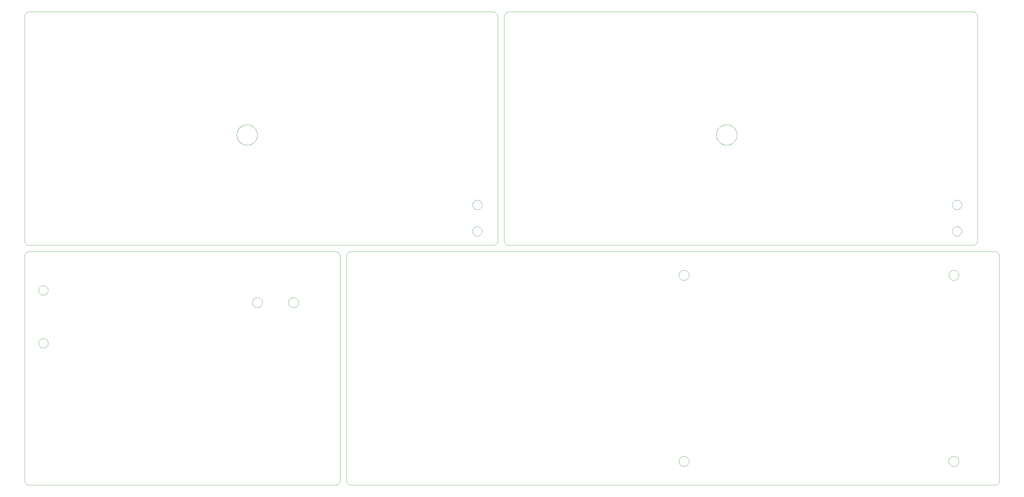
<source format=gko>
G75*
G70*
%OFA0B0*%
%FSLAX24Y24*%
%IPPOS*%
%LPD*%
%AMOC8*
5,1,8,0,0,1.08239X$1,22.5*
%
%ADD10C,0.0039*%
%ADD11C,0.0000*%
D10*
X005087Y003472D02*
X043276Y003472D01*
X043322Y003474D01*
X043368Y003479D01*
X043414Y003488D01*
X043459Y003501D01*
X043502Y003517D01*
X043544Y003536D01*
X043585Y003559D01*
X043623Y003585D01*
X043660Y003614D01*
X043694Y003645D01*
X043725Y003679D01*
X043754Y003716D01*
X043780Y003754D01*
X043803Y003795D01*
X043822Y003837D01*
X043838Y003880D01*
X043851Y003925D01*
X043860Y003971D01*
X043865Y004017D01*
X043867Y004063D01*
X043866Y004063D02*
X043866Y032015D01*
X043867Y032015D02*
X043865Y032061D01*
X043860Y032107D01*
X043851Y032153D01*
X043838Y032198D01*
X043822Y032241D01*
X043803Y032283D01*
X043780Y032324D01*
X043754Y032362D01*
X043725Y032399D01*
X043694Y032433D01*
X043660Y032464D01*
X043623Y032493D01*
X043585Y032519D01*
X043544Y032542D01*
X043502Y032561D01*
X043459Y032577D01*
X043414Y032590D01*
X043368Y032599D01*
X043322Y032604D01*
X043276Y032606D01*
X005087Y032606D01*
X005041Y032604D01*
X004995Y032599D01*
X004949Y032590D01*
X004904Y032577D01*
X004861Y032561D01*
X004819Y032542D01*
X004778Y032519D01*
X004740Y032493D01*
X004703Y032464D01*
X004669Y032433D01*
X004638Y032399D01*
X004609Y032362D01*
X004583Y032324D01*
X004560Y032283D01*
X004541Y032241D01*
X004525Y032198D01*
X004512Y032153D01*
X004503Y032107D01*
X004498Y032061D01*
X004496Y032015D01*
X004496Y004063D01*
X004498Y004017D01*
X004503Y003971D01*
X004512Y003925D01*
X004525Y003880D01*
X004541Y003837D01*
X004560Y003795D01*
X004583Y003754D01*
X004609Y003716D01*
X004638Y003679D01*
X004669Y003645D01*
X004703Y003614D01*
X004740Y003585D01*
X004778Y003559D01*
X004819Y003536D01*
X004861Y003517D01*
X004904Y003501D01*
X004949Y003488D01*
X004995Y003479D01*
X005041Y003474D01*
X005087Y003472D01*
X044654Y004063D02*
X044654Y032015D01*
X044653Y032015D02*
X044655Y032061D01*
X044660Y032107D01*
X044669Y032153D01*
X044682Y032198D01*
X044698Y032241D01*
X044717Y032283D01*
X044740Y032324D01*
X044766Y032362D01*
X044795Y032399D01*
X044826Y032433D01*
X044860Y032464D01*
X044897Y032493D01*
X044935Y032519D01*
X044976Y032542D01*
X045018Y032561D01*
X045061Y032577D01*
X045106Y032590D01*
X045152Y032599D01*
X045198Y032604D01*
X045244Y032606D01*
X125559Y032606D01*
X125605Y032604D01*
X125651Y032599D01*
X125697Y032590D01*
X125742Y032577D01*
X125785Y032561D01*
X125827Y032542D01*
X125868Y032519D01*
X125906Y032493D01*
X125943Y032464D01*
X125977Y032433D01*
X126008Y032399D01*
X126037Y032362D01*
X126063Y032324D01*
X126086Y032283D01*
X126105Y032241D01*
X126121Y032198D01*
X126134Y032153D01*
X126143Y032107D01*
X126148Y032061D01*
X126150Y032015D01*
X126150Y004063D01*
X126148Y004017D01*
X126143Y003971D01*
X126134Y003925D01*
X126121Y003880D01*
X126105Y003837D01*
X126086Y003795D01*
X126063Y003754D01*
X126037Y003716D01*
X126008Y003679D01*
X125977Y003645D01*
X125943Y003614D01*
X125906Y003585D01*
X125868Y003559D01*
X125827Y003536D01*
X125785Y003517D01*
X125742Y003501D01*
X125697Y003488D01*
X125651Y003479D01*
X125605Y003474D01*
X125559Y003472D01*
X045244Y003472D01*
X045198Y003474D01*
X045152Y003479D01*
X045106Y003488D01*
X045061Y003501D01*
X045018Y003517D01*
X044976Y003536D01*
X044935Y003559D01*
X044897Y003585D01*
X044860Y003614D01*
X044826Y003645D01*
X044795Y003679D01*
X044766Y003716D01*
X044740Y003754D01*
X044717Y003795D01*
X044698Y003837D01*
X044682Y003880D01*
X044669Y003925D01*
X044660Y003971D01*
X044655Y004017D01*
X044653Y004063D01*
X062961Y033393D02*
X005087Y033393D01*
X005041Y033395D01*
X004995Y033400D01*
X004949Y033409D01*
X004904Y033422D01*
X004861Y033438D01*
X004819Y033457D01*
X004778Y033480D01*
X004740Y033506D01*
X004703Y033535D01*
X004669Y033566D01*
X004638Y033600D01*
X004609Y033637D01*
X004583Y033675D01*
X004560Y033716D01*
X004541Y033758D01*
X004525Y033801D01*
X004512Y033846D01*
X004503Y033892D01*
X004498Y033938D01*
X004496Y033984D01*
X004496Y061937D01*
X004498Y061983D01*
X004503Y062029D01*
X004512Y062075D01*
X004525Y062120D01*
X004541Y062163D01*
X004560Y062205D01*
X004583Y062246D01*
X004609Y062284D01*
X004638Y062321D01*
X004669Y062355D01*
X004703Y062386D01*
X004740Y062415D01*
X004778Y062441D01*
X004819Y062464D01*
X004861Y062483D01*
X004904Y062499D01*
X004949Y062512D01*
X004995Y062521D01*
X005041Y062526D01*
X005087Y062528D01*
X005087Y062527D02*
X062961Y062527D01*
X062961Y062528D02*
X063007Y062526D01*
X063053Y062521D01*
X063099Y062512D01*
X063144Y062499D01*
X063187Y062483D01*
X063229Y062464D01*
X063270Y062441D01*
X063308Y062415D01*
X063345Y062386D01*
X063379Y062355D01*
X063410Y062321D01*
X063439Y062284D01*
X063465Y062246D01*
X063488Y062205D01*
X063507Y062163D01*
X063523Y062120D01*
X063536Y062075D01*
X063545Y062029D01*
X063550Y061983D01*
X063552Y061937D01*
X063551Y061937D02*
X063551Y033984D01*
X063552Y033984D02*
X063550Y033938D01*
X063545Y033892D01*
X063536Y033846D01*
X063523Y033801D01*
X063507Y033758D01*
X063488Y033716D01*
X063465Y033675D01*
X063439Y033637D01*
X063410Y033600D01*
X063379Y033566D01*
X063345Y033535D01*
X063308Y033506D01*
X063270Y033480D01*
X063229Y033457D01*
X063187Y033438D01*
X063144Y033422D01*
X063099Y033409D01*
X063053Y033400D01*
X063007Y033395D01*
X062961Y033393D01*
X064339Y033984D02*
X064339Y061937D01*
X064338Y061937D02*
X064340Y061983D01*
X064345Y062029D01*
X064354Y062075D01*
X064367Y062120D01*
X064383Y062163D01*
X064402Y062205D01*
X064425Y062246D01*
X064451Y062284D01*
X064480Y062321D01*
X064511Y062355D01*
X064545Y062386D01*
X064582Y062415D01*
X064620Y062441D01*
X064661Y062464D01*
X064703Y062483D01*
X064746Y062499D01*
X064791Y062512D01*
X064837Y062521D01*
X064883Y062526D01*
X064929Y062528D01*
X064929Y062527D02*
X122803Y062527D01*
X122803Y062528D02*
X122849Y062526D01*
X122895Y062521D01*
X122941Y062512D01*
X122986Y062499D01*
X123029Y062483D01*
X123071Y062464D01*
X123112Y062441D01*
X123150Y062415D01*
X123187Y062386D01*
X123221Y062355D01*
X123252Y062321D01*
X123281Y062284D01*
X123307Y062246D01*
X123330Y062205D01*
X123349Y062163D01*
X123365Y062120D01*
X123378Y062075D01*
X123387Y062029D01*
X123392Y061983D01*
X123394Y061937D01*
X123394Y033984D01*
X123392Y033938D01*
X123387Y033892D01*
X123378Y033846D01*
X123365Y033801D01*
X123349Y033758D01*
X123330Y033716D01*
X123307Y033675D01*
X123281Y033637D01*
X123252Y033600D01*
X123221Y033566D01*
X123187Y033535D01*
X123150Y033506D01*
X123112Y033480D01*
X123071Y033457D01*
X123029Y033438D01*
X122986Y033422D01*
X122941Y033409D01*
X122895Y033400D01*
X122849Y033395D01*
X122803Y033393D01*
X064929Y033393D01*
X064883Y033395D01*
X064837Y033400D01*
X064791Y033409D01*
X064746Y033422D01*
X064703Y033438D01*
X064661Y033457D01*
X064620Y033480D01*
X064582Y033506D01*
X064545Y033535D01*
X064511Y033566D01*
X064480Y033600D01*
X064451Y033637D01*
X064425Y033675D01*
X064402Y033716D01*
X064383Y033758D01*
X064367Y033801D01*
X064354Y033846D01*
X064345Y033892D01*
X064340Y033938D01*
X064338Y033984D01*
D11*
X060398Y035140D02*
X060400Y035188D01*
X060406Y035236D01*
X060416Y035283D01*
X060429Y035329D01*
X060447Y035374D01*
X060467Y035418D01*
X060492Y035460D01*
X060520Y035499D01*
X060550Y035536D01*
X060584Y035570D01*
X060621Y035602D01*
X060659Y035631D01*
X060700Y035656D01*
X060743Y035678D01*
X060788Y035696D01*
X060834Y035710D01*
X060881Y035721D01*
X060929Y035728D01*
X060977Y035731D01*
X061025Y035730D01*
X061073Y035725D01*
X061121Y035716D01*
X061167Y035704D01*
X061212Y035687D01*
X061256Y035667D01*
X061298Y035644D01*
X061338Y035617D01*
X061376Y035587D01*
X061411Y035554D01*
X061443Y035518D01*
X061473Y035480D01*
X061499Y035439D01*
X061521Y035396D01*
X061541Y035352D01*
X061556Y035307D01*
X061568Y035260D01*
X061576Y035212D01*
X061580Y035164D01*
X061580Y035116D01*
X061576Y035068D01*
X061568Y035020D01*
X061556Y034973D01*
X061541Y034928D01*
X061521Y034884D01*
X061499Y034841D01*
X061473Y034800D01*
X061443Y034762D01*
X061411Y034726D01*
X061376Y034693D01*
X061338Y034663D01*
X061298Y034636D01*
X061256Y034613D01*
X061212Y034593D01*
X061167Y034576D01*
X061121Y034564D01*
X061073Y034555D01*
X061025Y034550D01*
X060977Y034549D01*
X060929Y034552D01*
X060881Y034559D01*
X060834Y034570D01*
X060788Y034584D01*
X060743Y034602D01*
X060700Y034624D01*
X060659Y034649D01*
X060621Y034678D01*
X060584Y034710D01*
X060550Y034744D01*
X060520Y034781D01*
X060492Y034820D01*
X060467Y034862D01*
X060447Y034906D01*
X060429Y034951D01*
X060416Y034997D01*
X060406Y035044D01*
X060400Y035092D01*
X060398Y035140D01*
X060398Y038447D02*
X060400Y038495D01*
X060406Y038543D01*
X060416Y038590D01*
X060429Y038636D01*
X060447Y038681D01*
X060467Y038725D01*
X060492Y038767D01*
X060520Y038806D01*
X060550Y038843D01*
X060584Y038877D01*
X060621Y038909D01*
X060659Y038938D01*
X060700Y038963D01*
X060743Y038985D01*
X060788Y039003D01*
X060834Y039017D01*
X060881Y039028D01*
X060929Y039035D01*
X060977Y039038D01*
X061025Y039037D01*
X061073Y039032D01*
X061121Y039023D01*
X061167Y039011D01*
X061212Y038994D01*
X061256Y038974D01*
X061298Y038951D01*
X061338Y038924D01*
X061376Y038894D01*
X061411Y038861D01*
X061443Y038825D01*
X061473Y038787D01*
X061499Y038746D01*
X061521Y038703D01*
X061541Y038659D01*
X061556Y038614D01*
X061568Y038567D01*
X061576Y038519D01*
X061580Y038471D01*
X061580Y038423D01*
X061576Y038375D01*
X061568Y038327D01*
X061556Y038280D01*
X061541Y038235D01*
X061521Y038191D01*
X061499Y038148D01*
X061473Y038107D01*
X061443Y038069D01*
X061411Y038033D01*
X061376Y038000D01*
X061338Y037970D01*
X061298Y037943D01*
X061256Y037920D01*
X061212Y037900D01*
X061167Y037883D01*
X061121Y037871D01*
X061073Y037862D01*
X061025Y037857D01*
X060977Y037856D01*
X060929Y037859D01*
X060881Y037866D01*
X060834Y037877D01*
X060788Y037891D01*
X060743Y037909D01*
X060700Y037931D01*
X060659Y037956D01*
X060621Y037985D01*
X060584Y038017D01*
X060550Y038051D01*
X060520Y038088D01*
X060492Y038127D01*
X060467Y038169D01*
X060447Y038213D01*
X060429Y038258D01*
X060416Y038304D01*
X060406Y038351D01*
X060400Y038399D01*
X060398Y038447D01*
X037426Y026246D02*
X037428Y026296D01*
X037434Y026346D01*
X037444Y026395D01*
X037458Y026443D01*
X037475Y026490D01*
X037496Y026535D01*
X037521Y026579D01*
X037549Y026620D01*
X037581Y026659D01*
X037615Y026696D01*
X037652Y026730D01*
X037692Y026760D01*
X037734Y026787D01*
X037778Y026811D01*
X037824Y026832D01*
X037871Y026848D01*
X037919Y026861D01*
X037969Y026870D01*
X038018Y026875D01*
X038069Y026876D01*
X038119Y026873D01*
X038168Y026866D01*
X038217Y026855D01*
X038265Y026840D01*
X038311Y026822D01*
X038356Y026800D01*
X038399Y026774D01*
X038440Y026745D01*
X038479Y026713D01*
X038515Y026678D01*
X038547Y026640D01*
X038577Y026600D01*
X038604Y026557D01*
X038627Y026513D01*
X038646Y026467D01*
X038662Y026419D01*
X038674Y026370D01*
X038682Y026321D01*
X038686Y026271D01*
X038686Y026221D01*
X038682Y026171D01*
X038674Y026122D01*
X038662Y026073D01*
X038646Y026025D01*
X038627Y025979D01*
X038604Y025935D01*
X038577Y025892D01*
X038547Y025852D01*
X038515Y025814D01*
X038479Y025779D01*
X038440Y025747D01*
X038399Y025718D01*
X038356Y025692D01*
X038311Y025670D01*
X038265Y025652D01*
X038217Y025637D01*
X038168Y025626D01*
X038119Y025619D01*
X038069Y025616D01*
X038018Y025617D01*
X037969Y025622D01*
X037919Y025631D01*
X037871Y025644D01*
X037824Y025660D01*
X037778Y025681D01*
X037734Y025705D01*
X037692Y025732D01*
X037652Y025762D01*
X037615Y025796D01*
X037581Y025833D01*
X037549Y025872D01*
X037521Y025913D01*
X037496Y025957D01*
X037475Y026002D01*
X037458Y026049D01*
X037444Y026097D01*
X037434Y026146D01*
X037428Y026196D01*
X037426Y026246D01*
X032926Y026246D02*
X032928Y026296D01*
X032934Y026346D01*
X032944Y026395D01*
X032958Y026443D01*
X032975Y026490D01*
X032996Y026535D01*
X033021Y026579D01*
X033049Y026620D01*
X033081Y026659D01*
X033115Y026696D01*
X033152Y026730D01*
X033192Y026760D01*
X033234Y026787D01*
X033278Y026811D01*
X033324Y026832D01*
X033371Y026848D01*
X033419Y026861D01*
X033469Y026870D01*
X033518Y026875D01*
X033569Y026876D01*
X033619Y026873D01*
X033668Y026866D01*
X033717Y026855D01*
X033765Y026840D01*
X033811Y026822D01*
X033856Y026800D01*
X033899Y026774D01*
X033940Y026745D01*
X033979Y026713D01*
X034015Y026678D01*
X034047Y026640D01*
X034077Y026600D01*
X034104Y026557D01*
X034127Y026513D01*
X034146Y026467D01*
X034162Y026419D01*
X034174Y026370D01*
X034182Y026321D01*
X034186Y026271D01*
X034186Y026221D01*
X034182Y026171D01*
X034174Y026122D01*
X034162Y026073D01*
X034146Y026025D01*
X034127Y025979D01*
X034104Y025935D01*
X034077Y025892D01*
X034047Y025852D01*
X034015Y025814D01*
X033979Y025779D01*
X033940Y025747D01*
X033899Y025718D01*
X033856Y025692D01*
X033811Y025670D01*
X033765Y025652D01*
X033717Y025637D01*
X033668Y025626D01*
X033619Y025619D01*
X033569Y025616D01*
X033518Y025617D01*
X033469Y025622D01*
X033419Y025631D01*
X033371Y025644D01*
X033324Y025660D01*
X033278Y025681D01*
X033234Y025705D01*
X033192Y025732D01*
X033152Y025762D01*
X033115Y025796D01*
X033081Y025833D01*
X033049Y025872D01*
X033021Y025913D01*
X032996Y025957D01*
X032975Y026002D01*
X032958Y026049D01*
X032944Y026097D01*
X032934Y026146D01*
X032928Y026196D01*
X032926Y026246D01*
X006250Y027772D02*
X006252Y027820D01*
X006258Y027868D01*
X006268Y027915D01*
X006281Y027961D01*
X006299Y028006D01*
X006319Y028050D01*
X006344Y028092D01*
X006372Y028131D01*
X006402Y028168D01*
X006436Y028202D01*
X006473Y028234D01*
X006511Y028263D01*
X006552Y028288D01*
X006595Y028310D01*
X006640Y028328D01*
X006686Y028342D01*
X006733Y028353D01*
X006781Y028360D01*
X006829Y028363D01*
X006877Y028362D01*
X006925Y028357D01*
X006973Y028348D01*
X007019Y028336D01*
X007064Y028319D01*
X007108Y028299D01*
X007150Y028276D01*
X007190Y028249D01*
X007228Y028219D01*
X007263Y028186D01*
X007295Y028150D01*
X007325Y028112D01*
X007351Y028071D01*
X007373Y028028D01*
X007393Y027984D01*
X007408Y027939D01*
X007420Y027892D01*
X007428Y027844D01*
X007432Y027796D01*
X007432Y027748D01*
X007428Y027700D01*
X007420Y027652D01*
X007408Y027605D01*
X007393Y027560D01*
X007373Y027516D01*
X007351Y027473D01*
X007325Y027432D01*
X007295Y027394D01*
X007263Y027358D01*
X007228Y027325D01*
X007190Y027295D01*
X007150Y027268D01*
X007108Y027245D01*
X007064Y027225D01*
X007019Y027208D01*
X006973Y027196D01*
X006925Y027187D01*
X006877Y027182D01*
X006829Y027181D01*
X006781Y027184D01*
X006733Y027191D01*
X006686Y027202D01*
X006640Y027216D01*
X006595Y027234D01*
X006552Y027256D01*
X006511Y027281D01*
X006473Y027310D01*
X006436Y027342D01*
X006402Y027376D01*
X006372Y027413D01*
X006344Y027452D01*
X006319Y027494D01*
X006299Y027538D01*
X006281Y027583D01*
X006268Y027629D01*
X006258Y027676D01*
X006252Y027724D01*
X006250Y027772D01*
X006250Y021158D02*
X006252Y021206D01*
X006258Y021254D01*
X006268Y021301D01*
X006281Y021347D01*
X006299Y021392D01*
X006319Y021436D01*
X006344Y021478D01*
X006372Y021517D01*
X006402Y021554D01*
X006436Y021588D01*
X006473Y021620D01*
X006511Y021649D01*
X006552Y021674D01*
X006595Y021696D01*
X006640Y021714D01*
X006686Y021728D01*
X006733Y021739D01*
X006781Y021746D01*
X006829Y021749D01*
X006877Y021748D01*
X006925Y021743D01*
X006973Y021734D01*
X007019Y021722D01*
X007064Y021705D01*
X007108Y021685D01*
X007150Y021662D01*
X007190Y021635D01*
X007228Y021605D01*
X007263Y021572D01*
X007295Y021536D01*
X007325Y021498D01*
X007351Y021457D01*
X007373Y021414D01*
X007393Y021370D01*
X007408Y021325D01*
X007420Y021278D01*
X007428Y021230D01*
X007432Y021182D01*
X007432Y021134D01*
X007428Y021086D01*
X007420Y021038D01*
X007408Y020991D01*
X007393Y020946D01*
X007373Y020902D01*
X007351Y020859D01*
X007325Y020818D01*
X007295Y020780D01*
X007263Y020744D01*
X007228Y020711D01*
X007190Y020681D01*
X007150Y020654D01*
X007108Y020631D01*
X007064Y020611D01*
X007019Y020594D01*
X006973Y020582D01*
X006925Y020573D01*
X006877Y020568D01*
X006829Y020567D01*
X006781Y020570D01*
X006733Y020577D01*
X006686Y020588D01*
X006640Y020602D01*
X006595Y020620D01*
X006552Y020642D01*
X006511Y020667D01*
X006473Y020696D01*
X006436Y020728D01*
X006402Y020762D01*
X006372Y020799D01*
X006344Y020838D01*
X006319Y020880D01*
X006299Y020924D01*
X006281Y020969D01*
X006268Y021015D01*
X006258Y021062D01*
X006252Y021110D01*
X006250Y021158D01*
X030972Y047173D02*
X030974Y047244D01*
X030980Y047315D01*
X030990Y047386D01*
X031004Y047455D01*
X031021Y047524D01*
X031043Y047592D01*
X031068Y047659D01*
X031097Y047724D01*
X031129Y047787D01*
X031165Y047849D01*
X031204Y047908D01*
X031247Y047965D01*
X031292Y048020D01*
X031341Y048072D01*
X031392Y048121D01*
X031446Y048167D01*
X031503Y048211D01*
X031561Y048251D01*
X031622Y048287D01*
X031685Y048321D01*
X031750Y048350D01*
X031816Y048376D01*
X031884Y048399D01*
X031952Y048417D01*
X032022Y048432D01*
X032092Y048443D01*
X032163Y048450D01*
X032234Y048453D01*
X032305Y048452D01*
X032376Y048447D01*
X032447Y048438D01*
X032517Y048425D01*
X032586Y048409D01*
X032654Y048388D01*
X032721Y048364D01*
X032787Y048336D01*
X032850Y048304D01*
X032912Y048269D01*
X032972Y048231D01*
X033030Y048189D01*
X033085Y048145D01*
X033138Y048097D01*
X033188Y048046D01*
X033235Y047993D01*
X033279Y047937D01*
X033320Y047879D01*
X033358Y047818D01*
X033392Y047756D01*
X033422Y047691D01*
X033449Y047626D01*
X033473Y047558D01*
X033492Y047490D01*
X033508Y047421D01*
X033520Y047350D01*
X033528Y047280D01*
X033532Y047209D01*
X033532Y047137D01*
X033528Y047066D01*
X033520Y046996D01*
X033508Y046925D01*
X033492Y046856D01*
X033473Y046788D01*
X033449Y046720D01*
X033422Y046655D01*
X033392Y046590D01*
X033358Y046528D01*
X033320Y046467D01*
X033279Y046409D01*
X033235Y046353D01*
X033188Y046300D01*
X033138Y046249D01*
X033085Y046201D01*
X033030Y046157D01*
X032972Y046115D01*
X032912Y046077D01*
X032850Y046042D01*
X032787Y046010D01*
X032721Y045982D01*
X032654Y045958D01*
X032586Y045937D01*
X032517Y045921D01*
X032447Y045908D01*
X032376Y045899D01*
X032305Y045894D01*
X032234Y045893D01*
X032163Y045896D01*
X032092Y045903D01*
X032022Y045914D01*
X031952Y045929D01*
X031884Y045947D01*
X031816Y045970D01*
X031750Y045996D01*
X031685Y046025D01*
X031622Y046059D01*
X031561Y046095D01*
X031503Y046135D01*
X031446Y046179D01*
X031392Y046225D01*
X031341Y046274D01*
X031292Y046326D01*
X031247Y046381D01*
X031204Y046438D01*
X031165Y046497D01*
X031129Y046559D01*
X031097Y046622D01*
X031068Y046687D01*
X031043Y046754D01*
X031021Y046822D01*
X031004Y046891D01*
X030990Y046960D01*
X030980Y047031D01*
X030974Y047102D01*
X030972Y047173D01*
X086150Y029653D02*
X086152Y029703D01*
X086158Y029753D01*
X086168Y029802D01*
X086182Y029850D01*
X086199Y029897D01*
X086220Y029942D01*
X086245Y029986D01*
X086273Y030027D01*
X086305Y030066D01*
X086339Y030103D01*
X086376Y030137D01*
X086416Y030167D01*
X086458Y030194D01*
X086502Y030218D01*
X086548Y030239D01*
X086595Y030255D01*
X086643Y030268D01*
X086693Y030277D01*
X086742Y030282D01*
X086793Y030283D01*
X086843Y030280D01*
X086892Y030273D01*
X086941Y030262D01*
X086989Y030247D01*
X087035Y030229D01*
X087080Y030207D01*
X087123Y030181D01*
X087164Y030152D01*
X087203Y030120D01*
X087239Y030085D01*
X087271Y030047D01*
X087301Y030007D01*
X087328Y029964D01*
X087351Y029920D01*
X087370Y029874D01*
X087386Y029826D01*
X087398Y029777D01*
X087406Y029728D01*
X087410Y029678D01*
X087410Y029628D01*
X087406Y029578D01*
X087398Y029529D01*
X087386Y029480D01*
X087370Y029432D01*
X087351Y029386D01*
X087328Y029342D01*
X087301Y029299D01*
X087271Y029259D01*
X087239Y029221D01*
X087203Y029186D01*
X087164Y029154D01*
X087123Y029125D01*
X087080Y029099D01*
X087035Y029077D01*
X086989Y029059D01*
X086941Y029044D01*
X086892Y029033D01*
X086843Y029026D01*
X086793Y029023D01*
X086742Y029024D01*
X086693Y029029D01*
X086643Y029038D01*
X086595Y029051D01*
X086548Y029067D01*
X086502Y029088D01*
X086458Y029112D01*
X086416Y029139D01*
X086376Y029169D01*
X086339Y029203D01*
X086305Y029240D01*
X086273Y029279D01*
X086245Y029320D01*
X086220Y029364D01*
X086199Y029409D01*
X086182Y029456D01*
X086168Y029504D01*
X086158Y029553D01*
X086152Y029603D01*
X086150Y029653D01*
X119811Y029653D02*
X119813Y029703D01*
X119819Y029753D01*
X119829Y029802D01*
X119843Y029850D01*
X119860Y029897D01*
X119881Y029942D01*
X119906Y029986D01*
X119934Y030027D01*
X119966Y030066D01*
X120000Y030103D01*
X120037Y030137D01*
X120077Y030167D01*
X120119Y030194D01*
X120163Y030218D01*
X120209Y030239D01*
X120256Y030255D01*
X120304Y030268D01*
X120354Y030277D01*
X120403Y030282D01*
X120454Y030283D01*
X120504Y030280D01*
X120553Y030273D01*
X120602Y030262D01*
X120650Y030247D01*
X120696Y030229D01*
X120741Y030207D01*
X120784Y030181D01*
X120825Y030152D01*
X120864Y030120D01*
X120900Y030085D01*
X120932Y030047D01*
X120962Y030007D01*
X120989Y029964D01*
X121012Y029920D01*
X121031Y029874D01*
X121047Y029826D01*
X121059Y029777D01*
X121067Y029728D01*
X121071Y029678D01*
X121071Y029628D01*
X121067Y029578D01*
X121059Y029529D01*
X121047Y029480D01*
X121031Y029432D01*
X121012Y029386D01*
X120989Y029342D01*
X120962Y029299D01*
X120932Y029259D01*
X120900Y029221D01*
X120864Y029186D01*
X120825Y029154D01*
X120784Y029125D01*
X120741Y029099D01*
X120696Y029077D01*
X120650Y029059D01*
X120602Y029044D01*
X120553Y029033D01*
X120504Y029026D01*
X120454Y029023D01*
X120403Y029024D01*
X120354Y029029D01*
X120304Y029038D01*
X120256Y029051D01*
X120209Y029067D01*
X120163Y029088D01*
X120119Y029112D01*
X120077Y029139D01*
X120037Y029169D01*
X120000Y029203D01*
X119966Y029240D01*
X119934Y029279D01*
X119906Y029320D01*
X119881Y029364D01*
X119860Y029409D01*
X119843Y029456D01*
X119829Y029504D01*
X119819Y029553D01*
X119813Y029603D01*
X119811Y029653D01*
X120241Y035140D02*
X120243Y035188D01*
X120249Y035236D01*
X120259Y035283D01*
X120272Y035329D01*
X120290Y035374D01*
X120310Y035418D01*
X120335Y035460D01*
X120363Y035499D01*
X120393Y035536D01*
X120427Y035570D01*
X120464Y035602D01*
X120502Y035631D01*
X120543Y035656D01*
X120586Y035678D01*
X120631Y035696D01*
X120677Y035710D01*
X120724Y035721D01*
X120772Y035728D01*
X120820Y035731D01*
X120868Y035730D01*
X120916Y035725D01*
X120964Y035716D01*
X121010Y035704D01*
X121055Y035687D01*
X121099Y035667D01*
X121141Y035644D01*
X121181Y035617D01*
X121219Y035587D01*
X121254Y035554D01*
X121286Y035518D01*
X121316Y035480D01*
X121342Y035439D01*
X121364Y035396D01*
X121384Y035352D01*
X121399Y035307D01*
X121411Y035260D01*
X121419Y035212D01*
X121423Y035164D01*
X121423Y035116D01*
X121419Y035068D01*
X121411Y035020D01*
X121399Y034973D01*
X121384Y034928D01*
X121364Y034884D01*
X121342Y034841D01*
X121316Y034800D01*
X121286Y034762D01*
X121254Y034726D01*
X121219Y034693D01*
X121181Y034663D01*
X121141Y034636D01*
X121099Y034613D01*
X121055Y034593D01*
X121010Y034576D01*
X120964Y034564D01*
X120916Y034555D01*
X120868Y034550D01*
X120820Y034549D01*
X120772Y034552D01*
X120724Y034559D01*
X120677Y034570D01*
X120631Y034584D01*
X120586Y034602D01*
X120543Y034624D01*
X120502Y034649D01*
X120464Y034678D01*
X120427Y034710D01*
X120393Y034744D01*
X120363Y034781D01*
X120335Y034820D01*
X120310Y034862D01*
X120290Y034906D01*
X120272Y034951D01*
X120259Y034997D01*
X120249Y035044D01*
X120243Y035092D01*
X120241Y035140D01*
X120241Y038447D02*
X120243Y038495D01*
X120249Y038543D01*
X120259Y038590D01*
X120272Y038636D01*
X120290Y038681D01*
X120310Y038725D01*
X120335Y038767D01*
X120363Y038806D01*
X120393Y038843D01*
X120427Y038877D01*
X120464Y038909D01*
X120502Y038938D01*
X120543Y038963D01*
X120586Y038985D01*
X120631Y039003D01*
X120677Y039017D01*
X120724Y039028D01*
X120772Y039035D01*
X120820Y039038D01*
X120868Y039037D01*
X120916Y039032D01*
X120964Y039023D01*
X121010Y039011D01*
X121055Y038994D01*
X121099Y038974D01*
X121141Y038951D01*
X121181Y038924D01*
X121219Y038894D01*
X121254Y038861D01*
X121286Y038825D01*
X121316Y038787D01*
X121342Y038746D01*
X121364Y038703D01*
X121384Y038659D01*
X121399Y038614D01*
X121411Y038567D01*
X121419Y038519D01*
X121423Y038471D01*
X121423Y038423D01*
X121419Y038375D01*
X121411Y038327D01*
X121399Y038280D01*
X121384Y038235D01*
X121364Y038191D01*
X121342Y038148D01*
X121316Y038107D01*
X121286Y038069D01*
X121254Y038033D01*
X121219Y038000D01*
X121181Y037970D01*
X121141Y037943D01*
X121099Y037920D01*
X121055Y037900D01*
X121010Y037883D01*
X120964Y037871D01*
X120916Y037862D01*
X120868Y037857D01*
X120820Y037856D01*
X120772Y037859D01*
X120724Y037866D01*
X120677Y037877D01*
X120631Y037891D01*
X120586Y037909D01*
X120543Y037931D01*
X120502Y037956D01*
X120464Y037985D01*
X120427Y038017D01*
X120393Y038051D01*
X120363Y038088D01*
X120335Y038127D01*
X120310Y038169D01*
X120290Y038213D01*
X120272Y038258D01*
X120259Y038304D01*
X120249Y038351D01*
X120243Y038399D01*
X120241Y038447D01*
X090815Y047173D02*
X090817Y047244D01*
X090823Y047315D01*
X090833Y047386D01*
X090847Y047455D01*
X090864Y047524D01*
X090886Y047592D01*
X090911Y047659D01*
X090940Y047724D01*
X090972Y047787D01*
X091008Y047849D01*
X091047Y047908D01*
X091090Y047965D01*
X091135Y048020D01*
X091184Y048072D01*
X091235Y048121D01*
X091289Y048167D01*
X091346Y048211D01*
X091404Y048251D01*
X091465Y048287D01*
X091528Y048321D01*
X091593Y048350D01*
X091659Y048376D01*
X091727Y048399D01*
X091795Y048417D01*
X091865Y048432D01*
X091935Y048443D01*
X092006Y048450D01*
X092077Y048453D01*
X092148Y048452D01*
X092219Y048447D01*
X092290Y048438D01*
X092360Y048425D01*
X092429Y048409D01*
X092497Y048388D01*
X092564Y048364D01*
X092630Y048336D01*
X092693Y048304D01*
X092755Y048269D01*
X092815Y048231D01*
X092873Y048189D01*
X092928Y048145D01*
X092981Y048097D01*
X093031Y048046D01*
X093078Y047993D01*
X093122Y047937D01*
X093163Y047879D01*
X093201Y047818D01*
X093235Y047756D01*
X093265Y047691D01*
X093292Y047626D01*
X093316Y047558D01*
X093335Y047490D01*
X093351Y047421D01*
X093363Y047350D01*
X093371Y047280D01*
X093375Y047209D01*
X093375Y047137D01*
X093371Y047066D01*
X093363Y046996D01*
X093351Y046925D01*
X093335Y046856D01*
X093316Y046788D01*
X093292Y046720D01*
X093265Y046655D01*
X093235Y046590D01*
X093201Y046528D01*
X093163Y046467D01*
X093122Y046409D01*
X093078Y046353D01*
X093031Y046300D01*
X092981Y046249D01*
X092928Y046201D01*
X092873Y046157D01*
X092815Y046115D01*
X092755Y046077D01*
X092693Y046042D01*
X092630Y046010D01*
X092564Y045982D01*
X092497Y045958D01*
X092429Y045937D01*
X092360Y045921D01*
X092290Y045908D01*
X092219Y045899D01*
X092148Y045894D01*
X092077Y045893D01*
X092006Y045896D01*
X091935Y045903D01*
X091865Y045914D01*
X091795Y045929D01*
X091727Y045947D01*
X091659Y045970D01*
X091593Y045996D01*
X091528Y046025D01*
X091465Y046059D01*
X091404Y046095D01*
X091346Y046135D01*
X091289Y046179D01*
X091235Y046225D01*
X091184Y046274D01*
X091135Y046326D01*
X091090Y046381D01*
X091047Y046438D01*
X091008Y046497D01*
X090972Y046559D01*
X090940Y046622D01*
X090911Y046687D01*
X090886Y046754D01*
X090864Y046822D01*
X090847Y046891D01*
X090833Y046960D01*
X090823Y047031D01*
X090817Y047102D01*
X090815Y047173D01*
X086150Y006425D02*
X086152Y006475D01*
X086158Y006525D01*
X086168Y006574D01*
X086182Y006622D01*
X086199Y006669D01*
X086220Y006714D01*
X086245Y006758D01*
X086273Y006799D01*
X086305Y006838D01*
X086339Y006875D01*
X086376Y006909D01*
X086416Y006939D01*
X086458Y006966D01*
X086502Y006990D01*
X086548Y007011D01*
X086595Y007027D01*
X086643Y007040D01*
X086693Y007049D01*
X086742Y007054D01*
X086793Y007055D01*
X086843Y007052D01*
X086892Y007045D01*
X086941Y007034D01*
X086989Y007019D01*
X087035Y007001D01*
X087080Y006979D01*
X087123Y006953D01*
X087164Y006924D01*
X087203Y006892D01*
X087239Y006857D01*
X087271Y006819D01*
X087301Y006779D01*
X087328Y006736D01*
X087351Y006692D01*
X087370Y006646D01*
X087386Y006598D01*
X087398Y006549D01*
X087406Y006500D01*
X087410Y006450D01*
X087410Y006400D01*
X087406Y006350D01*
X087398Y006301D01*
X087386Y006252D01*
X087370Y006204D01*
X087351Y006158D01*
X087328Y006114D01*
X087301Y006071D01*
X087271Y006031D01*
X087239Y005993D01*
X087203Y005958D01*
X087164Y005926D01*
X087123Y005897D01*
X087080Y005871D01*
X087035Y005849D01*
X086989Y005831D01*
X086941Y005816D01*
X086892Y005805D01*
X086843Y005798D01*
X086793Y005795D01*
X086742Y005796D01*
X086693Y005801D01*
X086643Y005810D01*
X086595Y005823D01*
X086548Y005839D01*
X086502Y005860D01*
X086458Y005884D01*
X086416Y005911D01*
X086376Y005941D01*
X086339Y005975D01*
X086305Y006012D01*
X086273Y006051D01*
X086245Y006092D01*
X086220Y006136D01*
X086199Y006181D01*
X086182Y006228D01*
X086168Y006276D01*
X086158Y006325D01*
X086152Y006375D01*
X086150Y006425D01*
X119811Y006425D02*
X119813Y006475D01*
X119819Y006525D01*
X119829Y006574D01*
X119843Y006622D01*
X119860Y006669D01*
X119881Y006714D01*
X119906Y006758D01*
X119934Y006799D01*
X119966Y006838D01*
X120000Y006875D01*
X120037Y006909D01*
X120077Y006939D01*
X120119Y006966D01*
X120163Y006990D01*
X120209Y007011D01*
X120256Y007027D01*
X120304Y007040D01*
X120354Y007049D01*
X120403Y007054D01*
X120454Y007055D01*
X120504Y007052D01*
X120553Y007045D01*
X120602Y007034D01*
X120650Y007019D01*
X120696Y007001D01*
X120741Y006979D01*
X120784Y006953D01*
X120825Y006924D01*
X120864Y006892D01*
X120900Y006857D01*
X120932Y006819D01*
X120962Y006779D01*
X120989Y006736D01*
X121012Y006692D01*
X121031Y006646D01*
X121047Y006598D01*
X121059Y006549D01*
X121067Y006500D01*
X121071Y006450D01*
X121071Y006400D01*
X121067Y006350D01*
X121059Y006301D01*
X121047Y006252D01*
X121031Y006204D01*
X121012Y006158D01*
X120989Y006114D01*
X120962Y006071D01*
X120932Y006031D01*
X120900Y005993D01*
X120864Y005958D01*
X120825Y005926D01*
X120784Y005897D01*
X120741Y005871D01*
X120696Y005849D01*
X120650Y005831D01*
X120602Y005816D01*
X120553Y005805D01*
X120504Y005798D01*
X120454Y005795D01*
X120403Y005796D01*
X120354Y005801D01*
X120304Y005810D01*
X120256Y005823D01*
X120209Y005839D01*
X120163Y005860D01*
X120119Y005884D01*
X120077Y005911D01*
X120037Y005941D01*
X120000Y005975D01*
X119966Y006012D01*
X119934Y006051D01*
X119906Y006092D01*
X119881Y006136D01*
X119860Y006181D01*
X119843Y006228D01*
X119829Y006276D01*
X119819Y006325D01*
X119813Y006375D01*
X119811Y006425D01*
M02*

</source>
